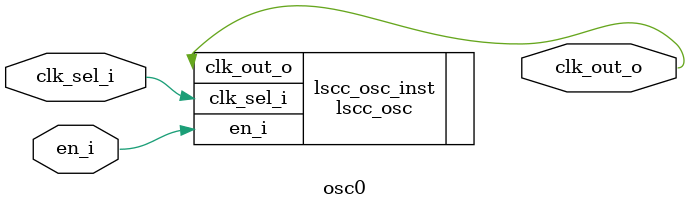
<source format=v>

/*******************************************************************************
    Verilog netlist generated by IPGEN Lattice Radiant Software (64-bit)
    2023.1.t.258.0
    Soft IP Version: 2.1.0
    2023 03 05 23:20:30
*******************************************************************************/
/*******************************************************************************
    Wrapper Module generated per user settings.
*******************************************************************************/
module osc0 #(
    parameter FAMILY = "LAV-AT",
    parameter DEVICE = "LAV-AT-G70"
)
(
    en_i, 
    clk_sel_i, 
    clk_out_o
);
    input en_i ; 
    input clk_sel_i ; 
    output clk_out_o ; 
    lscc_osc #(
        .CLK_DIV_DEC(8),
        .CLK_DIV("8"),
//        .CLK_DIV_DEC(9),
//        .CLK_DIV("9"),
        .FAMILY(FAMILY),
        .DEVICE(DEVICE)
    ) 
    lscc_osc_inst (
        .en_i(en_i), 
        .clk_sel_i(clk_sel_i), 
        .clk_out_o(clk_out_o)
    ); 
endmodule

</source>
